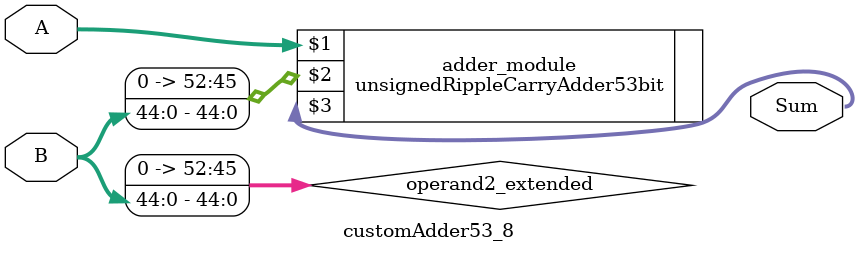
<source format=v>
module customAdder53_8(
                        input [52 : 0] A,
                        input [44 : 0] B,
                        
                        output [53 : 0] Sum
                );

        wire [52 : 0] operand2_extended;
        
        assign operand2_extended =  {8'b0, B};
        
        unsignedRippleCarryAdder53bit adder_module(
            A,
            operand2_extended,
            Sum
        );
        
        endmodule
        
</source>
